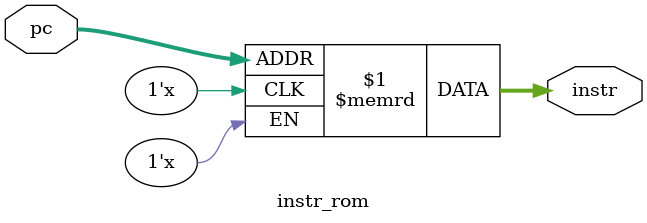
<source format=v>
`ifndef PE_SoC
module instr_rom (
    input [9:0] pc,
    output [127:0] instr
);

    (* ram_style = "block" *) reg [127:0] mem [0:1024];

    assign instr = mem[pc];

endmodule
`else
module instr_rom #(
    parameter DataWidth = 32
) 
(
    input                       clk, rstn,
    input [9:0]                 writeAddr,
    input [(DataWidth*4)-1:0]   writeData,
    input                       writeEn,
    input [9:0]                 pc,
    output [127:0]              instr
);

    (* ram_style = "block" *) reg [(DataWidth*4-1):0] mem [0:1024];
    integer i;

    always @(posedge clk, negedge rstn) begin
        if (~rstn) begin
            for (i = 0; i < 1024; i = i + 1) begin
                mem[i] <= 128'd0;
            end
        end    
        else if (writeEn) begin
            mem[writeAddr] <= writeData;
        end
    end

    assign instr = mem[pc];

endmodule
`endif
</source>
